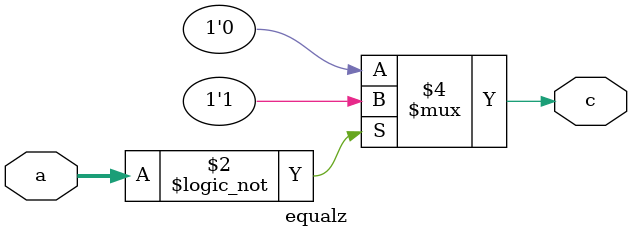
<source format=v>
`timescale 1ns / 1ps


module equalz(
		input [7:0] a,
		output reg c
    );
	 always @(*) begin
		if(a==0) c<=1;
		else c<=0;
	 end


endmodule

</source>
